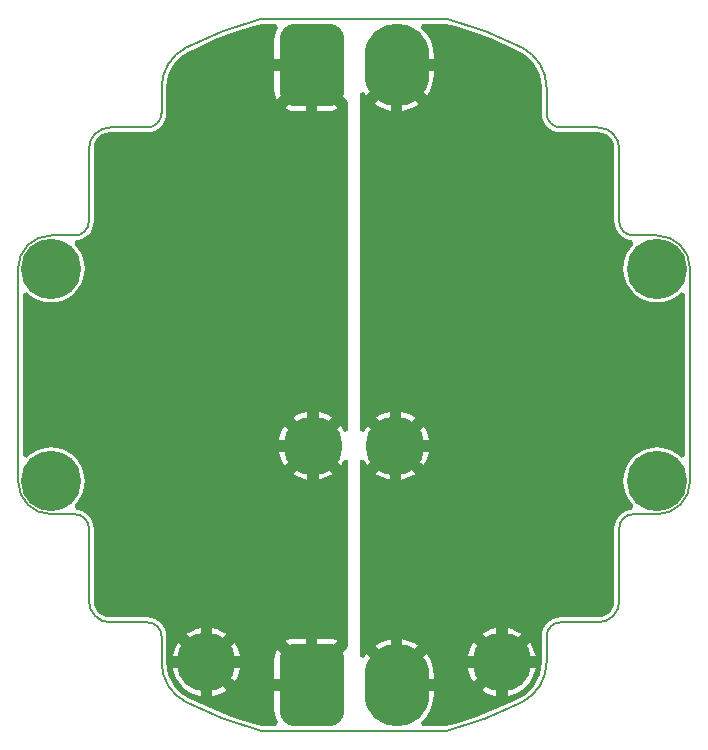
<source format=gtl>
G04*
G04 #@! TF.GenerationSoftware,Altium Limited,Altium Designer,22.2.1 (43)*
G04*
G04 Layer_Physical_Order=1*
G04 Layer_Color=255*
%FSLAX44Y44*%
%MOMM*%
G71*
G04*
G04 #@! TF.SameCoordinates,A1ADAAF1-E39F-4BBB-957B-7DD61066729D*
G04*
G04*
G04 #@! TF.FilePolarity,Positive*
G04*
G01*
G75*
%ADD14C,1.0000*%
%ADD15C,0.2000*%
G04:AMPARAMS|DCode=16|XSize=5.5mm|YSize=7mm|CornerRadius=1.375mm|HoleSize=0mm|Usage=FLASHONLY|Rotation=0.000|XOffset=0mm|YOffset=0mm|HoleType=Round|Shape=RoundedRectangle|*
%AMROUNDEDRECTD16*
21,1,5.5000,4.2500,0,0,0.0*
21,1,2.7500,7.0000,0,0,0.0*
1,1,2.7500,1.3750,-2.1250*
1,1,2.7500,-1.3750,-2.1250*
1,1,2.7500,-1.3750,2.1250*
1,1,2.7500,1.3750,2.1250*
%
%ADD16ROUNDEDRECTD16*%
%ADD17O,5.5000X7.0000*%
%ADD18C,5.1000*%
%ADD19C,5.0000*%
%ADD20C,1.0000*%
G36*
X-64365Y293922D02*
X-64580Y293659D01*
X-66228Y290576D01*
X-67243Y287230D01*
X-67586Y283750D01*
Y267500D01*
X-36000D01*
Y262500D01*
X-31000D01*
Y223414D01*
X-22250D01*
X-18770Y223757D01*
X-15424Y224772D01*
X-12341Y226420D01*
X-9638Y228638D01*
X-8500Y230025D01*
X-5000Y228773D01*
X-5000Y-47499D01*
X-8500Y-48196D01*
X-9081Y-46794D01*
X-11466Y-42902D01*
X-14431Y-39430D01*
X-17902Y-36466D01*
X-21794Y-34081D01*
X-26011Y-32334D01*
X-30000Y-31376D01*
Y-60000D01*
Y-88624D01*
X-26011Y-87666D01*
X-21794Y-85919D01*
X-17902Y-83534D01*
X-14431Y-80569D01*
X-11466Y-77098D01*
X-9081Y-73206D01*
X-8500Y-71804D01*
X-5000Y-72501D01*
X-5000Y-228772D01*
X-8500Y-230025D01*
X-9638Y-228638D01*
X-12341Y-226420D01*
X-15424Y-224772D01*
X-18770Y-223757D01*
X-22250Y-223414D01*
X-31000D01*
Y-262500D01*
X-36000D01*
Y-267500D01*
X-67586D01*
Y-283750D01*
X-67243Y-287230D01*
X-66228Y-290576D01*
X-64580Y-293659D01*
X-64365Y-293922D01*
X-66020Y-297422D01*
X-77534D01*
X-85122Y-295464D01*
X-101555Y-290227D01*
X-117668Y-284076D01*
X-133411Y-277031D01*
X-140482Y-273378D01*
Y-273378D01*
X-143461Y-271665D01*
X-144972Y-270738D01*
X-149026Y-267276D01*
X-152489Y-263221D01*
X-155274Y-258675D01*
X-157315Y-253750D01*
X-158559Y-248565D01*
X-158962Y-243452D01*
X-158922Y-243250D01*
Y-221500D01*
X-158924Y-221491D01*
X-159232Y-218363D01*
X-160146Y-215347D01*
X-161632Y-212568D01*
X-163631Y-210131D01*
X-166068Y-208132D01*
X-168847Y-206646D01*
X-171863Y-205732D01*
X-174991Y-205424D01*
X-175000Y-205422D01*
Y-205422D01*
X-175000Y-205422D01*
X-203000D01*
X-206500Y-205422D01*
X-209847Y-205052D01*
X-210122Y-205016D01*
X-213496Y-203618D01*
X-216394Y-201394D01*
X-218618Y-198496D01*
X-220016Y-195122D01*
X-220052Y-194847D01*
X-220422Y-191500D01*
X-220422Y-191500D01*
X-220422Y-188000D01*
Y-130000D01*
X-220424Y-129991D01*
X-220732Y-126863D01*
X-221646Y-123847D01*
X-223132Y-121068D01*
X-225132Y-118631D01*
X-227568Y-116632D01*
X-230347Y-115146D01*
X-233363Y-114232D01*
X-235368Y-114034D01*
X-236521Y-111235D01*
X-236527Y-110422D01*
X-236285Y-110215D01*
X-233372Y-106804D01*
X-231028Y-102979D01*
X-229311Y-98834D01*
X-228264Y-94472D01*
X-227912Y-90000D01*
X-228264Y-85528D01*
X-229311Y-81166D01*
X-231028Y-77021D01*
X-233372Y-73196D01*
X-236285Y-69785D01*
X-239696Y-66872D01*
X-243521Y-64528D01*
X-247666Y-62811D01*
X-252028Y-61764D01*
X-256500Y-61412D01*
X-260972Y-61764D01*
X-265334Y-62811D01*
X-269479Y-64528D01*
X-273304Y-66872D01*
X-276715Y-69785D01*
X-276922Y-70027D01*
X-280422Y-68736D01*
Y68736D01*
X-276922Y70027D01*
X-276715Y69785D01*
X-273304Y66872D01*
X-269479Y64528D01*
X-265334Y62811D01*
X-260972Y61764D01*
X-256500Y61412D01*
X-252028Y61764D01*
X-247666Y62811D01*
X-243521Y64528D01*
X-239696Y66872D01*
X-236285Y69785D01*
X-233372Y73196D01*
X-231028Y77021D01*
X-229311Y81166D01*
X-228264Y85528D01*
X-227912Y90000D01*
X-228264Y94472D01*
X-229311Y98834D01*
X-231028Y102979D01*
X-233372Y106804D01*
X-236285Y110215D01*
X-236527Y110422D01*
X-236521Y111235D01*
X-235368Y114034D01*
X-233363Y114232D01*
X-230347Y115146D01*
X-227568Y116632D01*
X-225132Y118631D01*
X-223132Y121068D01*
X-221646Y123847D01*
X-220732Y126863D01*
X-220424Y129991D01*
X-220422Y130000D01*
Y188000D01*
X-220422Y191500D01*
X-220052Y194847D01*
X-220016Y195122D01*
X-218618Y198496D01*
X-216394Y201394D01*
X-213496Y203618D01*
X-210122Y205016D01*
X-206715Y205464D01*
X-206500Y205422D01*
X-175000D01*
X-174991Y205424D01*
X-171863Y205732D01*
X-168847Y206646D01*
X-166068Y208132D01*
X-163631Y210131D01*
X-161632Y212568D01*
X-160146Y215347D01*
X-159232Y218363D01*
X-158924Y221491D01*
X-158922Y221500D01*
Y243250D01*
X-158962Y243452D01*
X-158559Y248565D01*
X-157315Y253750D01*
X-155274Y258675D01*
X-152489Y263221D01*
X-149026Y267276D01*
X-144972Y270738D01*
X-143461Y271665D01*
X-140482Y273378D01*
D01*
X-133411Y277031D01*
X-117668Y284076D01*
X-101555Y290227D01*
X-85122Y295464D01*
X-77534Y297422D01*
X-66020D01*
X-64365Y293922D01*
D02*
G37*
G36*
X85122Y295464D02*
X101555Y290227D01*
X117668Y284076D01*
X133411Y277031D01*
X140482Y273378D01*
Y273378D01*
X143461Y271665D01*
X144972Y270738D01*
X149026Y267276D01*
X152489Y263221D01*
X155274Y258675D01*
X157315Y253750D01*
X158559Y248565D01*
X158962Y243452D01*
X158922Y243250D01*
Y221500D01*
X158924Y221491D01*
X159232Y218363D01*
X160146Y215347D01*
X161632Y212568D01*
X163631Y210131D01*
X166068Y208132D01*
X168847Y206646D01*
X171863Y205732D01*
X174991Y205424D01*
X175000Y205422D01*
X206500D01*
X206715Y205464D01*
X210122Y205016D01*
X213496Y203618D01*
X216394Y201394D01*
X218618Y198496D01*
X220016Y195122D01*
X220052Y194847D01*
X220422Y191500D01*
X220422Y191500D01*
X220422Y188000D01*
Y130000D01*
X220424Y129991D01*
X220732Y126863D01*
X221646Y123847D01*
X223132Y121068D01*
X225132Y118631D01*
X227568Y116632D01*
X230347Y115146D01*
X233363Y114232D01*
X235368Y114034D01*
X236521Y111235D01*
X236527Y110422D01*
X236285Y110215D01*
X233372Y106804D01*
X231028Y102979D01*
X229311Y98834D01*
X228264Y94472D01*
X227912Y90000D01*
X228264Y85528D01*
X229311Y81166D01*
X231028Y77021D01*
X233372Y73196D01*
X236285Y69785D01*
X239696Y66872D01*
X243521Y64528D01*
X247666Y62811D01*
X252028Y61764D01*
X256500Y61412D01*
X260972Y61764D01*
X265334Y62811D01*
X269479Y64528D01*
X273304Y66872D01*
X276715Y69785D01*
X276922Y70027D01*
X280422Y68736D01*
Y-68736D01*
X276922Y-70027D01*
X276715Y-69785D01*
X273304Y-66872D01*
X269479Y-64528D01*
X265334Y-62811D01*
X260972Y-61764D01*
X256500Y-61412D01*
X252028Y-61764D01*
X247666Y-62811D01*
X243521Y-64528D01*
X239696Y-66872D01*
X236285Y-69785D01*
X233372Y-73196D01*
X231028Y-77021D01*
X229311Y-81166D01*
X228264Y-85528D01*
X227912Y-90000D01*
X228264Y-94472D01*
X229311Y-98834D01*
X231028Y-102979D01*
X233372Y-106804D01*
X236285Y-110215D01*
X236527Y-110422D01*
X236521Y-111235D01*
X235368Y-114034D01*
X233363Y-114232D01*
X230347Y-115146D01*
X227568Y-116632D01*
X225132Y-118631D01*
X223132Y-121068D01*
X221646Y-123847D01*
X220732Y-126863D01*
X220424Y-129991D01*
X220422Y-130000D01*
Y-188000D01*
X220422Y-191500D01*
X220052Y-194847D01*
X220016Y-195122D01*
X218618Y-198496D01*
X216394Y-201394D01*
X213496Y-203618D01*
X210122Y-205016D01*
X209847Y-205052D01*
X206500Y-205422D01*
X206500Y-205422D01*
X203000Y-205422D01*
X175000D01*
X175000Y-205422D01*
Y-205422D01*
X174991Y-205424D01*
X171863Y-205732D01*
X168847Y-206646D01*
X166068Y-208132D01*
X163631Y-210131D01*
X161632Y-212568D01*
X160146Y-215347D01*
X159232Y-218363D01*
X158924Y-221491D01*
X158922Y-221500D01*
Y-243250D01*
X158962Y-243452D01*
X158559Y-248565D01*
X157315Y-253750D01*
X155274Y-258675D01*
X152489Y-263221D01*
X149026Y-267276D01*
X144972Y-270738D01*
X143461Y-271665D01*
X140482Y-273378D01*
D01*
X133411Y-277031D01*
X117668Y-284076D01*
X101555Y-290227D01*
X85122Y-295464D01*
X77534Y-297422D01*
X57785D01*
X56494Y-293922D01*
X58343Y-292343D01*
X61563Y-288573D01*
X64153Y-284345D01*
X66051Y-279764D01*
X67208Y-274943D01*
X67597Y-270000D01*
Y-267500D01*
X36000D01*
Y-262500D01*
X31000D01*
Y-223805D01*
X26236Y-224949D01*
X21655Y-226847D01*
X17428Y-229437D01*
X13657Y-232657D01*
X10437Y-236427D01*
X8500Y-239589D01*
X5000Y-238602D01*
Y-185000D01*
Y-95000D01*
X5000Y-72500D01*
X8500Y-71804D01*
X9081Y-73206D01*
X11466Y-77098D01*
X14431Y-80569D01*
X17902Y-83534D01*
X21794Y-85919D01*
X26011Y-87666D01*
X30000Y-88624D01*
Y-60000D01*
Y-31376D01*
X26011Y-32334D01*
X21794Y-34081D01*
X17902Y-36466D01*
X14431Y-39430D01*
X11466Y-42902D01*
X9081Y-46794D01*
X8500Y-48196D01*
X5000Y-47500D01*
X5000Y238601D01*
X8500Y239588D01*
X10437Y236427D01*
X13657Y232657D01*
X17428Y229437D01*
X21655Y226847D01*
X26236Y224949D01*
X31000Y223805D01*
Y262500D01*
X36000D01*
Y267500D01*
X67597D01*
Y270000D01*
X67208Y274943D01*
X66051Y279764D01*
X64153Y284345D01*
X61563Y288573D01*
X58343Y292343D01*
X56494Y293922D01*
X57785Y297422D01*
X77534D01*
X85122Y295464D01*
D02*
G37*
%LPC*%
G36*
X-41000Y257500D02*
X-67586D01*
Y241250D01*
X-67243Y237770D01*
X-66228Y234424D01*
X-64580Y231341D01*
X-62362Y228638D01*
X-59659Y226420D01*
X-56575Y224772D01*
X-53230Y223757D01*
X-49750Y223414D01*
X-41000D01*
Y257500D01*
D02*
G37*
G36*
X-40000Y-31376D02*
X-43989Y-32334D01*
X-48206Y-34081D01*
X-52098Y-36466D01*
X-55570Y-39430D01*
X-58534Y-42902D01*
X-60919Y-46794D01*
X-62666Y-51011D01*
X-63624Y-55000D01*
X-40000D01*
Y-31376D01*
D02*
G37*
G36*
Y-65000D02*
X-63624D01*
X-62666Y-68989D01*
X-60919Y-73206D01*
X-58534Y-77098D01*
X-55570Y-80569D01*
X-52098Y-83534D01*
X-48206Y-85919D01*
X-43989Y-87666D01*
X-40000Y-88624D01*
Y-65000D01*
D02*
G37*
G36*
X-120000Y-214626D02*
Y-238250D01*
X-96376D01*
X-97334Y-234261D01*
X-99081Y-230044D01*
X-101466Y-226152D01*
X-104431Y-222680D01*
X-107901Y-219716D01*
X-111794Y-217331D01*
X-116011Y-215584D01*
X-120000Y-214626D01*
D02*
G37*
G36*
X-130000D02*
X-133989Y-215584D01*
X-138206Y-217331D01*
X-142099Y-219716D01*
X-145569Y-222680D01*
X-148534Y-226152D01*
X-150919Y-230044D01*
X-152666Y-234261D01*
X-153624Y-238250D01*
X-130000D01*
Y-214626D01*
D02*
G37*
G36*
X-41000Y-223414D02*
X-49750D01*
X-53230Y-223757D01*
X-56575Y-224772D01*
X-59659Y-226420D01*
X-62362Y-228638D01*
X-64580Y-231341D01*
X-66228Y-234424D01*
X-67243Y-237770D01*
X-67586Y-241250D01*
Y-257500D01*
X-41000D01*
Y-223414D01*
D02*
G37*
G36*
X-96376Y-248250D02*
X-120000D01*
Y-271874D01*
X-116011Y-270916D01*
X-111794Y-269169D01*
X-107901Y-266784D01*
X-104431Y-263820D01*
X-101466Y-260348D01*
X-99081Y-256456D01*
X-97334Y-252239D01*
X-96376Y-248250D01*
D02*
G37*
G36*
X-130000D02*
X-153624D01*
X-152666Y-252239D01*
X-150919Y-256456D01*
X-148534Y-260348D01*
X-145569Y-263820D01*
X-142099Y-266784D01*
X-138206Y-269169D01*
X-133989Y-270916D01*
X-130000Y-271874D01*
Y-248250D01*
D02*
G37*
G36*
X67597Y257500D02*
X41000D01*
Y223805D01*
X45764Y224949D01*
X50345Y226847D01*
X54573Y229437D01*
X58343Y232657D01*
X61563Y236427D01*
X64153Y240655D01*
X66051Y245236D01*
X67208Y250057D01*
X67597Y255000D01*
Y257500D01*
D02*
G37*
G36*
X40000Y-31376D02*
Y-55000D01*
X63624D01*
X62666Y-51011D01*
X60919Y-46794D01*
X58534Y-42902D01*
X55570Y-39430D01*
X52098Y-36466D01*
X48206Y-34081D01*
X43989Y-32334D01*
X40000Y-31376D01*
D02*
G37*
G36*
X63624Y-65000D02*
X40000D01*
Y-88624D01*
X43989Y-87666D01*
X48206Y-85919D01*
X52098Y-83534D01*
X55570Y-80569D01*
X58534Y-77098D01*
X60919Y-73206D01*
X62666Y-68989D01*
X63624Y-65000D01*
D02*
G37*
G36*
X130000Y-214626D02*
Y-238250D01*
X153624D01*
X152666Y-234261D01*
X150919Y-230044D01*
X148534Y-226152D01*
X145569Y-222680D01*
X142099Y-219716D01*
X138206Y-217331D01*
X133989Y-215584D01*
X130000Y-214626D01*
D02*
G37*
G36*
X120000D02*
X116011Y-215584D01*
X111794Y-217331D01*
X107901Y-219716D01*
X104431Y-222680D01*
X101466Y-226152D01*
X99081Y-230044D01*
X97334Y-234261D01*
X96376Y-238250D01*
X120000D01*
Y-214626D01*
D02*
G37*
G36*
X41000Y-223805D02*
Y-257500D01*
X67597D01*
Y-255000D01*
X67208Y-250057D01*
X66051Y-245236D01*
X64153Y-240655D01*
X61563Y-236427D01*
X58343Y-232657D01*
X54573Y-229437D01*
X50345Y-226847D01*
X45764Y-224949D01*
X41000Y-223805D01*
D02*
G37*
G36*
X153624Y-248250D02*
X130000D01*
Y-271874D01*
X133989Y-270916D01*
X138206Y-269169D01*
X142099Y-266784D01*
X145569Y-263820D01*
X148534Y-260348D01*
X150919Y-256456D01*
X152666Y-252239D01*
X153624Y-248250D01*
D02*
G37*
G36*
X120000D02*
X96376D01*
X97334Y-252239D01*
X99081Y-256456D01*
X101466Y-260348D01*
X104431Y-263820D01*
X107901Y-266784D01*
X111794Y-269169D01*
X116011Y-270916D01*
X120000Y-271874D01*
Y-248250D01*
D02*
G37*
%LPD*%
D14*
X36000Y255000D02*
X62000Y229000D01*
X36000Y255000D02*
Y262500D01*
X-62000Y229000D02*
X-36000Y255000D01*
Y262500D01*
X10000Y229000D02*
X36000Y255000D01*
Y262500D01*
X-36000Y255000D02*
X-10000Y229000D01*
X-36000Y255000D02*
Y262500D01*
X-62000Y-229000D02*
X-36000Y-255000D01*
Y-262500D02*
Y-255000D01*
X36000D02*
X62000Y-229000D01*
X36000Y-262500D02*
Y-255000D01*
X-36000D02*
X-10000Y-229000D01*
X-36000Y-262500D02*
Y-255000D01*
X10000Y-229000D02*
X36000Y-255000D01*
Y-262500D02*
Y-255000D01*
X-35000Y-60000D02*
X-11000Y-36000D01*
X-35000Y-60000D02*
X-11000Y-84000D01*
X11000D02*
X35000Y-60000D01*
X10000Y-35000D02*
Y-30000D01*
Y-35000D02*
X35000Y-60000D01*
X125000Y-243250D02*
X151250Y-217000D01*
X91000Y-209250D02*
X125000Y-243250D01*
X91000Y-277250D02*
X125000Y-243250D01*
X35000Y-60000D02*
X69000Y-94000D01*
X35000Y-60000D02*
X69000Y-26000D01*
X-69000Y-94000D02*
X-35000Y-60000D01*
X-151250Y-217000D02*
X-125000Y-243250D01*
X-91000Y-209250D01*
X-125000Y-243250D02*
X-91000Y-277250D01*
X-69000Y-26000D02*
X-35000Y-60000D01*
D15*
X163000Y243250D02*
G03*
X142368Y277048I-38000J0D01*
G01*
X-142368D02*
G03*
X-163000Y243250I17368J-33799D01*
G01*
X142368Y277048D02*
G03*
X78245Y301500I-142368J-277048D01*
G01*
X142368Y-277048D02*
G03*
X163000Y-243250I-17368J33799D01*
G01*
X78245Y-301500D02*
G03*
X142368Y-277048I-78245J301500D01*
G01*
X-78245Y301500D02*
G03*
X-142368Y277048I78245J-301500D01*
G01*
X-175000Y209500D02*
G03*
X-163000Y221500I0J12000D01*
G01*
Y-221500D02*
G03*
X-175000Y-209500I-12000J0D01*
G01*
X-163000Y-243250D02*
G03*
X-142368Y-277048I38000J0D01*
G01*
D02*
G03*
X-78245Y-301500I142368J277048D01*
G01*
X284500Y90000D02*
G03*
X256500Y118000I-28000J0D01*
G01*
X-256500D02*
G03*
X-284500Y90000I0J-28000D01*
G01*
X256500Y-118000D02*
G03*
X284500Y-90000I0J28000D01*
G01*
X163000Y221500D02*
G03*
X175000Y209500I12000J0D01*
G01*
X224500Y191500D02*
G03*
X206500Y209500I-18000J0D01*
G01*
X175000Y-209500D02*
G03*
X163000Y-221500I0J-12000D01*
G01*
X206500Y-209500D02*
G03*
X224500Y-191500I0J18000D01*
G01*
X-206500Y209500D02*
G03*
X-224500Y191500I0J-18000D01*
G01*
Y-191500D02*
G03*
X-206500Y-209500I18000J0D01*
G01*
X-284500Y-90000D02*
G03*
X-256500Y-118000I28000J0D01*
G01*
X224500Y130000D02*
G03*
X236500Y118000I12000J0D01*
G01*
Y-118000D02*
G03*
X224500Y-130000I0J-12000D01*
G01*
X-236500Y118000D02*
G03*
X-224500Y130000I0J12000D01*
G01*
Y-130000D02*
G03*
X-236500Y-118000I-12000J0D01*
G01*
X-78245Y301500D02*
X78245D01*
X-78245Y-301500D02*
X78245D01*
X236500Y118000D02*
X256500D01*
X236500Y-118000D02*
X256500D01*
X-256500Y118000D02*
X-236500D01*
X-256500Y-118000D02*
X-236500D01*
X175000Y209500D02*
X206500D01*
X175000Y-209500D02*
X206500D01*
X-206500Y209500D02*
X-175000D01*
X-206500Y-209500D02*
X-175000D01*
X284500Y-90000D02*
Y90000D01*
X-284500Y-90000D02*
Y90000D01*
X224500Y130000D02*
Y191500D01*
Y-191500D02*
Y-130000D01*
X163000Y-243250D02*
Y-221500D01*
X-163000Y-243250D02*
Y-221500D01*
X-224500Y130000D02*
Y191500D01*
Y-191500D02*
Y-130000D01*
X163000Y221500D02*
Y243250D01*
X-163000Y221500D02*
Y243250D01*
D16*
X-36000Y-262500D02*
D03*
Y262500D02*
D03*
D17*
X36000Y-262500D02*
D03*
Y262500D02*
D03*
D18*
X256500Y-90000D02*
D03*
Y90000D02*
D03*
X-256500Y-90000D02*
D03*
Y90000D02*
D03*
D19*
X-35000Y-60000D02*
D03*
X35000D02*
D03*
X125000Y-243250D02*
D03*
X-125000D02*
D03*
D20*
X150000Y0D02*
D03*
Y100000D02*
D03*
Y-100000D02*
D03*
X-150000D02*
D03*
Y0D02*
D03*
Y100000D02*
D03*
X-100000Y150000D02*
D03*
X100000D02*
D03*
Y-150000D02*
D03*
X-100000D02*
D03*
X100000Y-50000D02*
D03*
X-100000D02*
D03*
X100000Y50000D02*
D03*
X-100000D02*
D03*
M02*

</source>
